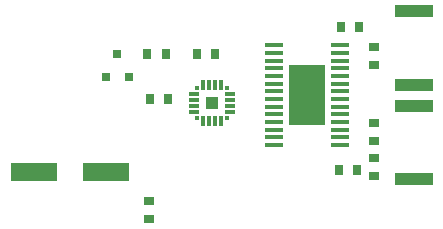
<source format=gbr>
G04 #@! TF.FileFunction,Paste,Bot*
%FSLAX46Y46*%
G04 Gerber Fmt 4.6, Leading zero omitted, Abs format (unit mm)*
G04 Created by KiCad (PCBNEW 4.0.6-e0-6349~53~ubuntu14.04.1) date Wed Mar 29 13:27:08 2017*
%MOMM*%
%LPD*%
G01*
G04 APERTURE LIST*
%ADD10C,0.100000*%
%ADD11R,1.550000X0.350000*%
%ADD12R,3.100000X5.180000*%
%ADD13R,0.350000X0.350000*%
%ADD14R,0.900000X0.300000*%
%ADD15R,0.300000X0.900000*%
%ADD16R,1.080000X1.080000*%
%ADD17R,4.000500X1.600200*%
%ADD18R,0.800100X0.800100*%
%ADD19R,0.787000X0.864000*%
%ADD20R,0.864000X0.787000*%
%ADD21R,3.200000X1.000000*%
G04 APERTURE END LIST*
D10*
D11*
X154800000Y-77775000D03*
X154800000Y-78425000D03*
X154800000Y-79075000D03*
X154800000Y-79725000D03*
X154800000Y-80375000D03*
X154800000Y-81025000D03*
X154800000Y-81675000D03*
X154800000Y-82325000D03*
X154800000Y-82975000D03*
X154800000Y-83625000D03*
X154800000Y-84275000D03*
X154800000Y-84925000D03*
X154800000Y-85575000D03*
X154800000Y-86225000D03*
X149200000Y-86225000D03*
X149200000Y-85575000D03*
X149200000Y-84925000D03*
X149200000Y-84275000D03*
X149200000Y-83625000D03*
X149200000Y-82975000D03*
X149200000Y-82325000D03*
X149200000Y-81675000D03*
X149200000Y-81025000D03*
X149200000Y-80375000D03*
X149200000Y-79725000D03*
X149200000Y-79075000D03*
X149200000Y-78425000D03*
X149200000Y-77775000D03*
D12*
X152000000Y-82000000D03*
D13*
X142675000Y-83900000D03*
D14*
X142375000Y-83400000D03*
X142375000Y-82900000D03*
X142375000Y-82400000D03*
X142375000Y-81900000D03*
D13*
X142675000Y-81400000D03*
D15*
X143175000Y-81100000D03*
X143675000Y-81100000D03*
X144175000Y-81100000D03*
X144675000Y-81100000D03*
D13*
X145175000Y-81400000D03*
D14*
X145475000Y-81900000D03*
X145475000Y-82400000D03*
X145475000Y-82900000D03*
X145475000Y-83400000D03*
D13*
X145175000Y-83900000D03*
D15*
X144675000Y-84200000D03*
X144175000Y-84200000D03*
X143675000Y-84200000D03*
X143175000Y-84200000D03*
D16*
X143925000Y-82650000D03*
D17*
X134975540Y-88500000D03*
X128874460Y-88500000D03*
D18*
X136875000Y-80500760D03*
X134975000Y-80500760D03*
X135925000Y-78501780D03*
D19*
X144199500Y-78500000D03*
X142650500Y-78500000D03*
X139999500Y-78500000D03*
X138450500Y-78500000D03*
D20*
X157625000Y-79449500D03*
X157625000Y-77900500D03*
X157625000Y-84325500D03*
X157625000Y-85874500D03*
X157625000Y-88874500D03*
X157625000Y-87325500D03*
D19*
X156399500Y-76200000D03*
X154850500Y-76200000D03*
X156199500Y-88300000D03*
X154650500Y-88300000D03*
D21*
X161000000Y-82900000D03*
X161000000Y-89100000D03*
X161000000Y-81100000D03*
X161000000Y-74900000D03*
D20*
X138625000Y-92474500D03*
X138625000Y-90925500D03*
D19*
X140199500Y-82300000D03*
X138650500Y-82300000D03*
M02*

</source>
